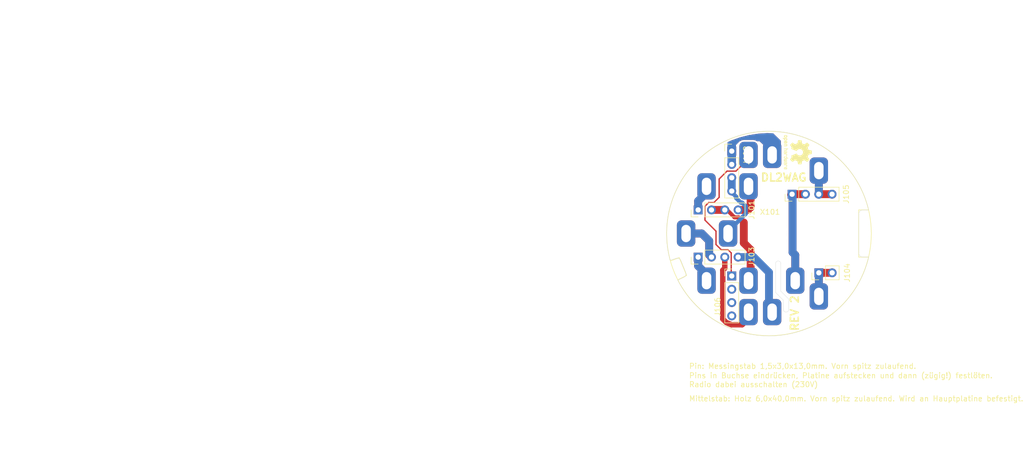
<source format=kicad_pcb>
(kicad_pcb (version 20171130) (host pcbnew 5.1.10-88a1d61d58~88~ubuntu18.04.1)

  (general
    (thickness 1.6)
    (drawings 24)
    (tracks 97)
    (zones 0)
    (modules 11)
    (nets 14)
  )

  (page A4)
  (title_block
    (title "Anschlussstecker Fernbedienung SABA 6-3D")
    (date 2021-01-11)
    (rev 1)
    (company "Martin Wagner DL2WAG")
    (comment 1 "Lizenz: CERN-OHL-W (OHL v2)")
    (comment 3 "Radios 6-3D von 1955 (Meersburg, Freiburg, weitere?)")
    (comment 4 "Adapter Anschlussstecker für Fernbedienung SABA")
  )

  (layers
    (0 F.Cu signal)
    (31 B.Cu signal)
    (32 B.Adhes user)
    (33 F.Adhes user)
    (34 B.Paste user)
    (35 F.Paste user)
    (36 B.SilkS user)
    (37 F.SilkS user)
    (38 B.Mask user)
    (39 F.Mask user)
    (40 Dwgs.User user)
    (41 Cmts.User user)
    (42 Eco1.User user)
    (43 Eco2.User user)
    (44 Edge.Cuts user)
    (45 Margin user)
    (46 B.CrtYd user)
    (47 F.CrtYd user)
    (48 B.Fab user)
    (49 F.Fab user)
  )

  (setup
    (last_trace_width 0.25)
    (user_trace_width 0.25)
    (user_trace_width 0.5)
    (user_trace_width 1)
    (user_trace_width 1.5)
    (user_trace_width 2)
    (trace_clearance 0.2)
    (zone_clearance 0.35)
    (zone_45_only no)
    (trace_min 0.2)
    (via_size 0.8)
    (via_drill 0.4)
    (via_min_size 0.4)
    (via_min_drill 0.3)
    (uvia_size 0.3)
    (uvia_drill 0.1)
    (uvias_allowed no)
    (uvia_min_size 0.2)
    (uvia_min_drill 0.1)
    (edge_width 0.05)
    (segment_width 0.2)
    (pcb_text_width 0.3)
    (pcb_text_size 1.5 1.5)
    (mod_edge_width 0.12)
    (mod_text_size 1 1)
    (mod_text_width 0.15)
    (pad_size 1.524 1.524)
    (pad_drill 0.762)
    (pad_to_mask_clearance 0)
    (aux_axis_origin 0 0)
    (visible_elements FFFFFF7F)
    (pcbplotparams
      (layerselection 0x010e0_ffffffff)
      (usegerberextensions false)
      (usegerberattributes true)
      (usegerberadvancedattributes true)
      (creategerberjobfile true)
      (excludeedgelayer true)
      (linewidth 0.100000)
      (plotframeref false)
      (viasonmask false)
      (mode 1)
      (useauxorigin false)
      (hpglpennumber 1)
      (hpglpenspeed 20)
      (hpglpendiameter 15.000000)
      (psnegative false)
      (psa4output false)
      (plotreference true)
      (plotvalue true)
      (plotinvisibletext false)
      (padsonsilk false)
      (subtractmaskfromsilk false)
      (outputformat 1)
      (mirror false)
      (drillshape 0)
      (scaleselection 1)
      (outputdirectory "pcb/"))
  )

  (net 0 "")
  (net 1 "Net-(J101-Pad4)")
  (net 2 "Net-(J101-Pad2)")
  (net 3 "Net-(J101-Pad1)")
  (net 4 "Net-(J102-Pad3)")
  (net 5 "Net-(J102-Pad1)")
  (net 6 "Net-(J103-Pad4)")
  (net 7 "Net-(J103-Pad3)")
  (net 8 "Net-(J103-Pad2)")
  (net 9 "Net-(J103-Pad1)")
  (net 10 "Net-(J104-Pad1)")
  (net 11 "Net-(J105-Pad3)")
  (net 12 "Net-(J105-Pad1)")
  (net 13 "Net-(J106-Pad1)")

  (net_class Default "This is the default net class."
    (clearance 0.2)
    (trace_width 0.25)
    (via_dia 0.8)
    (via_drill 0.4)
    (uvia_dia 0.3)
    (uvia_drill 0.1)
    (add_net "Net-(J101-Pad1)")
    (add_net "Net-(J101-Pad2)")
    (add_net "Net-(J101-Pad4)")
    (add_net "Net-(J102-Pad1)")
    (add_net "Net-(J102-Pad3)")
    (add_net "Net-(J103-Pad1)")
    (add_net "Net-(J103-Pad2)")
    (add_net "Net-(J103-Pad3)")
    (add_net "Net-(J103-Pad4)")
    (add_net "Net-(J104-Pad1)")
    (add_net "Net-(J105-Pad1)")
    (add_net "Net-(J105-Pad3)")
    (add_net "Net-(J106-Pad1)")
    (add_net "Net-(J106-Pad2)")
    (add_net "Net-(J106-Pad3)")
    (add_net "Net-(J106-Pad4)")
  )

  (module stecker:stecker-6-3d (layer F.Cu) (tedit 6117AED3) (tstamp 611790D0)
    (at 130 80)
    (path /5FFB3011)
    (fp_text reference X101 (at 0.2 -4.1) (layer F.SilkS)
      (effects (font (size 1 1) (thickness 0.15)))
    )
    (fp_text value Stecker-6-3D (at 0.5 -21) (layer F.Fab)
      (effects (font (size 1 1) (thickness 0.15)))
    )
    (fp_text user "Pin: Messingstab 1,5x3,0x13,0mm. Vorn spitz zulaufend." (at -15.3 25.3) (layer F.SilkS)
      (effects (font (size 1 1) (thickness 0.15)) (justify left))
    )
    (fp_line (start 17.1 4.5) (end 18.85 4.5) (layer F.SilkS) (width 0.12))
    (fp_line (start 17.1 -4.5) (end 17.1 4.5) (layer F.SilkS) (width 0.12))
    (fp_line (start 18.85 -4.5) (end 17.1 -4.5) (layer F.SilkS) (width 0.12))
    (fp_circle (center 0 0) (end 19.5 0) (layer F.SilkS) (width 0.12))
    (fp_line (start -17.1 4.6) (end -15.7 8) (layer F.SilkS) (width 0.12))
    (fp_line (start -17.1 4.6) (end -18.7 5.2) (layer F.SilkS) (width 0.12))
    (fp_line (start -15.7 8) (end -17.3 8.8) (layer F.SilkS) (width 0.12))
    (pad 24 thru_hole roundrect (at 9.5 12) (size 3.5 5) (drill oval 1.8 3.3) (layers *.Cu *.Mask) (roundrect_rratio 0.25)
      (net 10 "Net-(J104-Pad1)"))
    (pad 21 thru_hole roundrect (at 5 9) (size 3.5 5) (drill oval 1.8 3.3) (layers *.Cu *.Mask) (roundrect_rratio 0.25)
      (net 12 "Net-(J105-Pad1)"))
    (pad 23 thru_hole roundrect (at 9.5 -12) (size 3.5 5) (drill oval 1.8 3.3) (layers *.Cu *.Mask) (roundrect_rratio 0.25)
      (net 11 "Net-(J105-Pad3)"))
    (pad 18 thru_hole roundrect (at 0.6 15) (size 3.5 5) (drill oval 1.8 3.3) (layers *.Cu *.Mask) (roundrect_rratio 0.25)
      (net 6 "Net-(J103-Pad4)"))
    (pad 15 thru_hole roundrect (at 0.6 -15) (size 3.5 5) (drill oval 1.8 3.3) (layers *.Cu *.Mask) (roundrect_rratio 0.25)
      (net 5 "Net-(J102-Pad1)"))
    (pad 14 thru_hole roundrect (at -3.9 15) (size 3.5 5) (drill oval 1.8 3.3) (layers *.Cu *.Mask) (roundrect_rratio 0.25)
      (net 7 "Net-(J103-Pad3)"))
    (pad 13 thru_hole roundrect (at -3.9 9) (size 3.5 5) (drill oval 1.8 3.3) (layers *.Cu *.Mask) (roundrect_rratio 0.25)
      (net 2 "Net-(J101-Pad2)"))
    (pad 12 thru_hole roundrect (at -3.9 -9) (size 3.5 5) (drill oval 1.8 3.3) (layers *.Cu *.Mask) (roundrect_rratio 0.25)
      (net 1 "Net-(J101-Pad4)"))
    (pad 8 thru_hole roundrect (at -7.8 0) (size 3.5 5) (drill oval 1.8 3.3) (layers *.Cu *.Mask) (roundrect_rratio 0.25)
      (net 4 "Net-(J102-Pad3)"))
    (pad 5 thru_hole roundrect (at -11.9 9) (size 3.5 5) (drill oval 1.8 3.3) (layers *.Cu *.Mask) (roundrect_rratio 0.25)
      (net 9 "Net-(J103-Pad1)"))
    (pad 2 thru_hole roundrect (at -11.9 -9) (size 3.5 5) (drill oval 1.8 3.3) (layers *.Cu *.Mask) (roundrect_rratio 0.25)
      (net 3 "Net-(J101-Pad1)"))
    (pad 1 thru_hole roundrect (at -15.8 0) (size 3.5 5) (drill oval 1.8 3.3) (layers *.Cu *.Mask) (roundrect_rratio 0.25)
      (net 8 "Net-(J103-Pad2)"))
    (pad "" np_thru_hole circle (at 10.75 0) (size 9 9) (drill 9) (layers *.Cu *.Mask))
    (pad "" np_thru_hole circle (at 0 0) (size 6.5 6.5) (drill 6.5) (layers *.Cu *.Mask))
    (pad 11 thru_hole roundrect (at -3.9 -15) (size 3.5 5) (drill oval 1.8 3.3) (layers *.Cu *.Mask) (roundrect_rratio 0.25)
      (net 13 "Net-(J106-Pad1)"))
  )

  (module Connector_PinHeader_2.54mm:PinHeader_1x04_P2.54mm_Vertical (layer F.Cu) (tedit 59FED5CC) (tstamp 5FFC7C4D)
    (at 116.5 75.5 90)
    (descr "Through hole straight pin header, 1x04, 2.54mm pitch, single row")
    (tags "Through hole pin header THT 1x04 2.54mm single row")
    (path /5FFBCA00)
    (fp_text reference J101 (at 0 10.2 90) (layer F.SilkS)
      (effects (font (size 1 1) (thickness 0.15)))
    )
    (fp_text value Conn_01x04 (at 0.3 -6.9 180) (layer F.Fab)
      (effects (font (size 1 1) (thickness 0.15)))
    )
    (fp_text user %R (at 0 3.81) (layer F.Fab)
      (effects (font (size 1 1) (thickness 0.15)))
    )
    (fp_line (start -0.635 -1.27) (end 1.27 -1.27) (layer F.Fab) (width 0.1))
    (fp_line (start 1.27 -1.27) (end 1.27 8.89) (layer F.Fab) (width 0.1))
    (fp_line (start 1.27 8.89) (end -1.27 8.89) (layer F.Fab) (width 0.1))
    (fp_line (start -1.27 8.89) (end -1.27 -0.635) (layer F.Fab) (width 0.1))
    (fp_line (start -1.27 -0.635) (end -0.635 -1.27) (layer F.Fab) (width 0.1))
    (fp_line (start -1.33 8.95) (end 1.33 8.95) (layer F.SilkS) (width 0.12))
    (fp_line (start -1.33 1.27) (end -1.33 8.95) (layer F.SilkS) (width 0.12))
    (fp_line (start 1.33 1.27) (end 1.33 8.95) (layer F.SilkS) (width 0.12))
    (fp_line (start -1.33 1.27) (end 1.33 1.27) (layer F.SilkS) (width 0.12))
    (fp_line (start -1.33 0) (end -1.33 -1.33) (layer F.SilkS) (width 0.12))
    (fp_line (start -1.33 -1.33) (end 0 -1.33) (layer F.SilkS) (width 0.12))
    (fp_line (start -1.8 -1.8) (end -1.8 9.4) (layer F.CrtYd) (width 0.05))
    (fp_line (start -1.8 9.4) (end 1.8 9.4) (layer F.CrtYd) (width 0.05))
    (fp_line (start 1.8 9.4) (end 1.8 -1.8) (layer F.CrtYd) (width 0.05))
    (fp_line (start 1.8 -1.8) (end -1.8 -1.8) (layer F.CrtYd) (width 0.05))
    (pad 4 thru_hole oval (at 0 7.62 90) (size 1.7 1.7) (drill 1) (layers *.Cu *.Mask)
      (net 1 "Net-(J101-Pad4)"))
    (pad 3 thru_hole oval (at 0 5.08 90) (size 1.7 1.7) (drill 1) (layers *.Cu *.Mask)
      (net 2 "Net-(J101-Pad2)"))
    (pad 2 thru_hole oval (at 0 2.54 90) (size 1.7 1.7) (drill 1) (layers *.Cu *.Mask)
      (net 2 "Net-(J101-Pad2)"))
    (pad 1 thru_hole rect (at 0 0 90) (size 1.7 1.7) (drill 1) (layers *.Cu *.Mask)
      (net 3 "Net-(J101-Pad1)"))
    (model ${KISYS3DMOD}/Connector_PinHeader_2.54mm.3dshapes/PinHeader_1x04_P2.54mm_Vertical.wrl
      (at (xyz 0 0 0))
      (scale (xyz 1 1 1))
      (rotate (xyz 0 0 0))
    )
  )

  (module Symbol:OSHW-Logo2_7.3x6mm_SilkScreen (layer F.Cu) (tedit 0) (tstamp 5FFC9A4B)
    (at 135.4 64.5 270)
    (descr "Open Source Hardware Symbol")
    (tags "Logo Symbol OSHW")
    (attr virtual)
    (fp_text reference REF** (at 0 0 90) (layer F.SilkS) hide
      (effects (font (size 1 1) (thickness 0.15)))
    )
    (fp_text value OSHW-Logo2_7.3x6mm_SilkScreen (at 0.75 0 90) (layer F.Fab) hide
      (effects (font (size 1 1) (thickness 0.15)))
    )
    (fp_poly (pts (xy -2.400256 1.919918) (xy -2.344799 1.947568) (xy -2.295852 1.99848) (xy -2.282371 2.017338)
      (xy -2.267686 2.042015) (xy -2.258158 2.068816) (xy -2.252707 2.104587) (xy -2.250253 2.156169)
      (xy -2.249714 2.224267) (xy -2.252148 2.317588) (xy -2.260606 2.387657) (xy -2.276826 2.439931)
      (xy -2.302546 2.479869) (xy -2.339503 2.512929) (xy -2.342218 2.514886) (xy -2.37864 2.534908)
      (xy -2.422498 2.544815) (xy -2.478276 2.547257) (xy -2.568952 2.547257) (xy -2.56899 2.635283)
      (xy -2.569834 2.684308) (xy -2.574976 2.713065) (xy -2.588413 2.730311) (xy -2.614142 2.744808)
      (xy -2.620321 2.747769) (xy -2.649236 2.761648) (xy -2.671624 2.770414) (xy -2.688271 2.771171)
      (xy -2.699964 2.761023) (xy -2.70749 2.737073) (xy -2.711634 2.696426) (xy -2.713185 2.636186)
      (xy -2.712929 2.553455) (xy -2.711651 2.445339) (xy -2.711252 2.413) (xy -2.709815 2.301524)
      (xy -2.708528 2.228603) (xy -2.569029 2.228603) (xy -2.568245 2.290499) (xy -2.56476 2.330997)
      (xy -2.556876 2.357708) (xy -2.542895 2.378244) (xy -2.533403 2.38826) (xy -2.494596 2.417567)
      (xy -2.460237 2.419952) (xy -2.424784 2.39575) (xy -2.423886 2.394857) (xy -2.409461 2.376153)
      (xy -2.400687 2.350732) (xy -2.396261 2.311584) (xy -2.394882 2.251697) (xy -2.394857 2.23843)
      (xy -2.398188 2.155901) (xy -2.409031 2.098691) (xy -2.42866 2.063766) (xy -2.45835 2.048094)
      (xy -2.475509 2.046514) (xy -2.516234 2.053926) (xy -2.544168 2.07833) (xy -2.560983 2.12298)
      (xy -2.56835 2.19113) (xy -2.569029 2.228603) (xy -2.708528 2.228603) (xy -2.708292 2.215245)
      (xy -2.706323 2.150333) (xy -2.70355 2.102958) (xy -2.699612 2.06929) (xy -2.694151 2.045498)
      (xy -2.686808 2.027753) (xy -2.677223 2.012224) (xy -2.673113 2.006381) (xy -2.618595 1.951185)
      (xy -2.549664 1.91989) (xy -2.469928 1.911165) (xy -2.400256 1.919918)) (layer F.SilkS) (width 0.01))
    (fp_poly (pts (xy -1.283907 1.92778) (xy -1.237328 1.954723) (xy -1.204943 1.981466) (xy -1.181258 2.009484)
      (xy -1.164941 2.043748) (xy -1.154661 2.089227) (xy -1.149086 2.150892) (xy -1.146884 2.233711)
      (xy -1.146629 2.293246) (xy -1.146629 2.512391) (xy -1.208314 2.540044) (xy -1.27 2.567697)
      (xy -1.277257 2.32767) (xy -1.280256 2.238028) (xy -1.283402 2.172962) (xy -1.287299 2.128026)
      (xy -1.292553 2.09877) (xy -1.299769 2.080748) (xy -1.30955 2.069511) (xy -1.312688 2.067079)
      (xy -1.360239 2.048083) (xy -1.408303 2.0556) (xy -1.436914 2.075543) (xy -1.448553 2.089675)
      (xy -1.456609 2.10822) (xy -1.461729 2.136334) (xy -1.464559 2.179173) (xy -1.465744 2.241895)
      (xy -1.465943 2.307261) (xy -1.465982 2.389268) (xy -1.467386 2.447316) (xy -1.472086 2.486465)
      (xy -1.482013 2.51178) (xy -1.499097 2.528323) (xy -1.525268 2.541156) (xy -1.560225 2.554491)
      (xy -1.598404 2.569007) (xy -1.593859 2.311389) (xy -1.592029 2.218519) (xy -1.589888 2.149889)
      (xy -1.586819 2.100711) (xy -1.582206 2.066198) (xy -1.575432 2.041562) (xy -1.565881 2.022016)
      (xy -1.554366 2.00477) (xy -1.49881 1.94968) (xy -1.43102 1.917822) (xy -1.357287 1.910191)
      (xy -1.283907 1.92778)) (layer F.SilkS) (width 0.01))
    (fp_poly (pts (xy -2.958885 1.921962) (xy -2.890855 1.957733) (xy -2.840649 2.015301) (xy -2.822815 2.052312)
      (xy -2.808937 2.107882) (xy -2.801833 2.178096) (xy -2.80116 2.254727) (xy -2.806573 2.329552)
      (xy -2.81773 2.394342) (xy -2.834286 2.440873) (xy -2.839374 2.448887) (xy -2.899645 2.508707)
      (xy -2.971231 2.544535) (xy -3.048908 2.55502) (xy -3.127452 2.53881) (xy -3.149311 2.529092)
      (xy -3.191878 2.499143) (xy -3.229237 2.459433) (xy -3.232768 2.454397) (xy -3.247119 2.430124)
      (xy -3.256606 2.404178) (xy -3.26221 2.370022) (xy -3.264914 2.321119) (xy -3.265701 2.250935)
      (xy -3.265714 2.2352) (xy -3.265678 2.230192) (xy -3.120571 2.230192) (xy -3.119727 2.29643)
      (xy -3.116404 2.340386) (xy -3.109417 2.368779) (xy -3.097584 2.388325) (xy -3.091543 2.394857)
      (xy -3.056814 2.41968) (xy -3.023097 2.418548) (xy -2.989005 2.397016) (xy -2.968671 2.374029)
      (xy -2.956629 2.340478) (xy -2.949866 2.287569) (xy -2.949402 2.281399) (xy -2.948248 2.185513)
      (xy -2.960312 2.114299) (xy -2.98543 2.068194) (xy -3.02344 2.047635) (xy -3.037008 2.046514)
      (xy -3.072636 2.052152) (xy -3.097006 2.071686) (xy -3.111907 2.109042) (xy -3.119125 2.16815)
      (xy -3.120571 2.230192) (xy -3.265678 2.230192) (xy -3.265174 2.160413) (xy -3.262904 2.108159)
      (xy -3.257932 2.071949) (xy -3.249287 2.045299) (xy -3.235995 2.021722) (xy -3.233057 2.017338)
      (xy -3.183687 1.958249) (xy -3.129891 1.923947) (xy -3.064398 1.910331) (xy -3.042158 1.909665)
      (xy -2.958885 1.921962)) (layer F.SilkS) (width 0.01))
    (fp_poly (pts (xy -1.831697 1.931239) (xy -1.774473 1.969735) (xy -1.730251 2.025335) (xy -1.703833 2.096086)
      (xy -1.69849 2.148162) (xy -1.699097 2.169893) (xy -1.704178 2.186531) (xy -1.718145 2.201437)
      (xy -1.745411 2.217973) (xy -1.790388 2.239498) (xy -1.857489 2.269374) (xy -1.857829 2.269524)
      (xy -1.919593 2.297813) (xy -1.970241 2.322933) (xy -2.004596 2.342179) (xy -2.017482 2.352848)
      (xy -2.017486 2.352934) (xy -2.006128 2.376166) (xy -1.979569 2.401774) (xy -1.949077 2.420221)
      (xy -1.93363 2.423886) (xy -1.891485 2.411212) (xy -1.855192 2.379471) (xy -1.837483 2.344572)
      (xy -1.820448 2.318845) (xy -1.787078 2.289546) (xy -1.747851 2.264235) (xy -1.713244 2.250471)
      (xy -1.706007 2.249714) (xy -1.697861 2.26216) (xy -1.69737 2.293972) (xy -1.703357 2.336866)
      (xy -1.714643 2.382558) (xy -1.73005 2.422761) (xy -1.730829 2.424322) (xy -1.777196 2.489062)
      (xy -1.837289 2.533097) (xy -1.905535 2.554711) (xy -1.976362 2.552185) (xy -2.044196 2.523804)
      (xy -2.047212 2.521808) (xy -2.100573 2.473448) (xy -2.13566 2.410352) (xy -2.155078 2.327387)
      (xy -2.157684 2.304078) (xy -2.162299 2.194055) (xy -2.156767 2.142748) (xy -2.017486 2.142748)
      (xy -2.015676 2.174753) (xy -2.005778 2.184093) (xy -1.981102 2.177105) (xy -1.942205 2.160587)
      (xy -1.898725 2.139881) (xy -1.897644 2.139333) (xy -1.860791 2.119949) (xy -1.846 2.107013)
      (xy -1.849647 2.093451) (xy -1.865005 2.075632) (xy -1.904077 2.049845) (xy -1.946154 2.04795)
      (xy -1.983897 2.066717) (xy -2.009966 2.102915) (xy -2.017486 2.142748) (xy -2.156767 2.142748)
      (xy -2.152806 2.106027) (xy -2.12845 2.036212) (xy -2.094544 1.987302) (xy -2.033347 1.937878)
      (xy -1.965937 1.913359) (xy -1.89712 1.911797) (xy -1.831697 1.931239)) (layer F.SilkS) (width 0.01))
    (fp_poly (pts (xy -0.624114 1.851289) (xy -0.619861 1.910613) (xy -0.614975 1.945572) (xy -0.608205 1.96082)
      (xy -0.598298 1.961015) (xy -0.595086 1.959195) (xy -0.552356 1.946015) (xy -0.496773 1.946785)
      (xy -0.440263 1.960333) (xy -0.404918 1.977861) (xy -0.368679 2.005861) (xy -0.342187 2.037549)
      (xy -0.324001 2.077813) (xy -0.312678 2.131543) (xy -0.306778 2.203626) (xy -0.304857 2.298951)
      (xy -0.304823 2.317237) (xy -0.3048 2.522646) (xy -0.350509 2.53858) (xy -0.382973 2.54942)
      (xy -0.400785 2.554468) (xy -0.401309 2.554514) (xy -0.403063 2.540828) (xy -0.404556 2.503076)
      (xy -0.405674 2.446224) (xy -0.406303 2.375234) (xy -0.4064 2.332073) (xy -0.406602 2.246973)
      (xy -0.407642 2.185981) (xy -0.410169 2.144177) (xy -0.414836 2.116642) (xy -0.422293 2.098456)
      (xy -0.433189 2.084698) (xy -0.439993 2.078073) (xy -0.486728 2.051375) (xy -0.537728 2.049375)
      (xy -0.583999 2.071955) (xy -0.592556 2.080107) (xy -0.605107 2.095436) (xy -0.613812 2.113618)
      (xy -0.619369 2.139909) (xy -0.622474 2.179562) (xy -0.623824 2.237832) (xy -0.624114 2.318173)
      (xy -0.624114 2.522646) (xy -0.669823 2.53858) (xy -0.702287 2.54942) (xy -0.720099 2.554468)
      (xy -0.720623 2.554514) (xy -0.721963 2.540623) (xy -0.723172 2.501439) (xy -0.724199 2.4407)
      (xy -0.724998 2.362141) (xy -0.725519 2.269498) (xy -0.725714 2.166509) (xy -0.725714 1.769342)
      (xy -0.678543 1.749444) (xy -0.631371 1.729547) (xy -0.624114 1.851289)) (layer F.SilkS) (width 0.01))
    (fp_poly (pts (xy 0.039744 1.950968) (xy 0.096616 1.972087) (xy 0.097267 1.972493) (xy 0.13244 1.99838)
      (xy 0.158407 2.028633) (xy 0.17667 2.068058) (xy 0.188732 2.121462) (xy 0.196096 2.193651)
      (xy 0.200264 2.289432) (xy 0.200629 2.303078) (xy 0.205876 2.508842) (xy 0.161716 2.531678)
      (xy 0.129763 2.54711) (xy 0.11047 2.554423) (xy 0.109578 2.554514) (xy 0.106239 2.541022)
      (xy 0.103587 2.504626) (xy 0.101956 2.451452) (xy 0.1016 2.408393) (xy 0.101592 2.338641)
      (xy 0.098403 2.294837) (xy 0.087288 2.273944) (xy 0.063501 2.272925) (xy 0.022296 2.288741)
      (xy -0.039914 2.317815) (xy -0.085659 2.341963) (xy -0.109187 2.362913) (xy -0.116104 2.385747)
      (xy -0.116114 2.386877) (xy -0.104701 2.426212) (xy -0.070908 2.447462) (xy -0.019191 2.450539)
      (xy 0.018061 2.450006) (xy 0.037703 2.460735) (xy 0.049952 2.486505) (xy 0.057002 2.519337)
      (xy 0.046842 2.537966) (xy 0.043017 2.540632) (xy 0.007001 2.55134) (xy -0.043434 2.552856)
      (xy -0.095374 2.545759) (xy -0.132178 2.532788) (xy -0.183062 2.489585) (xy -0.211986 2.429446)
      (xy -0.217714 2.382462) (xy -0.213343 2.340082) (xy -0.197525 2.305488) (xy -0.166203 2.274763)
      (xy -0.115322 2.24399) (xy -0.040824 2.209252) (xy -0.036286 2.207288) (xy 0.030821 2.176287)
      (xy 0.072232 2.150862) (xy 0.089981 2.128014) (xy 0.086107 2.104745) (xy 0.062643 2.078056)
      (xy 0.055627 2.071914) (xy 0.00863 2.0481) (xy -0.040067 2.049103) (xy -0.082478 2.072451)
      (xy -0.110616 2.115675) (xy -0.113231 2.12416) (xy -0.138692 2.165308) (xy -0.170999 2.185128)
      (xy -0.217714 2.20477) (xy -0.217714 2.15395) (xy -0.203504 2.080082) (xy -0.161325 2.012327)
      (xy -0.139376 1.989661) (xy -0.089483 1.960569) (xy -0.026033 1.9474) (xy 0.039744 1.950968)) (layer F.SilkS) (width 0.01))
    (fp_poly (pts (xy 0.529926 1.949755) (xy 0.595858 1.974084) (xy 0.649273 2.017117) (xy 0.670164 2.047409)
      (xy 0.692939 2.102994) (xy 0.692466 2.143186) (xy 0.668562 2.170217) (xy 0.659717 2.174813)
      (xy 0.62153 2.189144) (xy 0.602028 2.185472) (xy 0.595422 2.161407) (xy 0.595086 2.148114)
      (xy 0.582992 2.09921) (xy 0.551471 2.064999) (xy 0.507659 2.048476) (xy 0.458695 2.052634)
      (xy 0.418894 2.074227) (xy 0.40545 2.086544) (xy 0.395921 2.101487) (xy 0.389485 2.124075)
      (xy 0.385317 2.159328) (xy 0.382597 2.212266) (xy 0.380502 2.287907) (xy 0.37996 2.311857)
      (xy 0.377981 2.39379) (xy 0.375731 2.451455) (xy 0.372357 2.489608) (xy 0.367006 2.513004)
      (xy 0.358824 2.526398) (xy 0.346959 2.534545) (xy 0.339362 2.538144) (xy 0.307102 2.550452)
      (xy 0.288111 2.554514) (xy 0.281836 2.540948) (xy 0.278006 2.499934) (xy 0.2766 2.430999)
      (xy 0.277598 2.333669) (xy 0.277908 2.318657) (xy 0.280101 2.229859) (xy 0.282693 2.165019)
      (xy 0.286382 2.119067) (xy 0.291864 2.086935) (xy 0.299835 2.063553) (xy 0.310993 2.043852)
      (xy 0.31683 2.03541) (xy 0.350296 1.998057) (xy 0.387727 1.969003) (xy 0.392309 1.966467)
      (xy 0.459426 1.946443) (xy 0.529926 1.949755)) (layer F.SilkS) (width 0.01))
    (fp_poly (pts (xy 1.190117 2.065358) (xy 1.189933 2.173837) (xy 1.189219 2.257287) (xy 1.187675 2.319704)
      (xy 1.185001 2.365085) (xy 1.180894 2.397429) (xy 1.175055 2.420733) (xy 1.167182 2.438995)
      (xy 1.161221 2.449418) (xy 1.111855 2.505945) (xy 1.049264 2.541377) (xy 0.980013 2.55409)
      (xy 0.910668 2.542463) (xy 0.869375 2.521568) (xy 0.826025 2.485422) (xy 0.796481 2.441276)
      (xy 0.778655 2.383462) (xy 0.770463 2.306313) (xy 0.769302 2.249714) (xy 0.769458 2.245647)
      (xy 0.870857 2.245647) (xy 0.871476 2.31055) (xy 0.874314 2.353514) (xy 0.88084 2.381622)
      (xy 0.892523 2.401953) (xy 0.906483 2.417288) (xy 0.953365 2.44689) (xy 1.003701 2.449419)
      (xy 1.051276 2.424705) (xy 1.054979 2.421356) (xy 1.070783 2.403935) (xy 1.080693 2.383209)
      (xy 1.086058 2.352362) (xy 1.088228 2.304577) (xy 1.088571 2.251748) (xy 1.087827 2.185381)
      (xy 1.084748 2.141106) (xy 1.078061 2.112009) (xy 1.066496 2.091173) (xy 1.057013 2.080107)
      (xy 1.01296 2.052198) (xy 0.962224 2.048843) (xy 0.913796 2.070159) (xy 0.90445 2.078073)
      (xy 0.88854 2.095647) (xy 0.87861 2.116587) (xy 0.873278 2.147782) (xy 0.871163 2.196122)
      (xy 0.870857 2.245647) (xy 0.769458 2.245647) (xy 0.77281 2.158568) (xy 0.784726 2.090086)
      (xy 0.807135 2.0386) (xy 0.842124 1.998443) (xy 0.869375 1.977861) (xy 0.918907 1.955625)
      (xy 0.976316 1.945304) (xy 1.029682 1.948067) (xy 1.059543 1.959212) (xy 1.071261 1.962383)
      (xy 1.079037 1.950557) (xy 1.084465 1.918866) (xy 1.088571 1.870593) (xy 1.093067 1.816829)
      (xy 1.099313 1.784482) (xy 1.110676 1.765985) (xy 1.130528 1.75377) (xy 1.143 1.748362)
      (xy 1.190171 1.728601) (xy 1.190117 2.065358)) (layer F.SilkS) (width 0.01))
    (fp_poly (pts (xy 1.779833 1.958663) (xy 1.782048 1.99685) (xy 1.783784 2.054886) (xy 1.784899 2.12818)
      (xy 1.785257 2.205055) (xy 1.785257 2.465196) (xy 1.739326 2.511127) (xy 1.707675 2.539429)
      (xy 1.67989 2.550893) (xy 1.641915 2.550168) (xy 1.62684 2.548321) (xy 1.579726 2.542948)
      (xy 1.540756 2.539869) (xy 1.531257 2.539585) (xy 1.499233 2.541445) (xy 1.453432 2.546114)
      (xy 1.435674 2.548321) (xy 1.392057 2.551735) (xy 1.362745 2.54432) (xy 1.33368 2.521427)
      (xy 1.323188 2.511127) (xy 1.277257 2.465196) (xy 1.277257 1.978602) (xy 1.314226 1.961758)
      (xy 1.346059 1.949282) (xy 1.364683 1.944914) (xy 1.369458 1.958718) (xy 1.373921 1.997286)
      (xy 1.377775 2.056356) (xy 1.380722 2.131663) (xy 1.382143 2.195286) (xy 1.386114 2.445657)
      (xy 1.420759 2.450556) (xy 1.452268 2.447131) (xy 1.467708 2.436041) (xy 1.472023 2.415308)
      (xy 1.475708 2.371145) (xy 1.478469 2.309146) (xy 1.480012 2.234909) (xy 1.480235 2.196706)
      (xy 1.480457 1.976783) (xy 1.526166 1.960849) (xy 1.558518 1.950015) (xy 1.576115 1.944962)
      (xy 1.576623 1.944914) (xy 1.578388 1.958648) (xy 1.580329 1.99673) (xy 1.582282 2.054482)
      (xy 1.584084 2.127227) (xy 1.585343 2.195286) (xy 1.589314 2.445657) (xy 1.6764 2.445657)
      (xy 1.680396 2.21724) (xy 1.684392 1.988822) (xy 1.726847 1.966868) (xy 1.758192 1.951793)
      (xy 1.776744 1.944951) (xy 1.777279 1.944914) (xy 1.779833 1.958663)) (layer F.SilkS) (width 0.01))
    (fp_poly (pts (xy 2.144876 1.956335) (xy 2.186667 1.975344) (xy 2.219469 1.998378) (xy 2.243503 2.024133)
      (xy 2.260097 2.057358) (xy 2.270577 2.1028) (xy 2.276271 2.165207) (xy 2.278507 2.249327)
      (xy 2.278743 2.304721) (xy 2.278743 2.520826) (xy 2.241774 2.53767) (xy 2.212656 2.549981)
      (xy 2.198231 2.554514) (xy 2.195472 2.541025) (xy 2.193282 2.504653) (xy 2.191942 2.451542)
      (xy 2.191657 2.409372) (xy 2.190434 2.348447) (xy 2.187136 2.300115) (xy 2.182321 2.270518)
      (xy 2.178496 2.264229) (xy 2.152783 2.270652) (xy 2.112418 2.287125) (xy 2.065679 2.309458)
      (xy 2.020845 2.333457) (xy 1.986193 2.35493) (xy 1.970002 2.369685) (xy 1.969938 2.369845)
      (xy 1.97133 2.397152) (xy 1.983818 2.423219) (xy 2.005743 2.444392) (xy 2.037743 2.451474)
      (xy 2.065092 2.450649) (xy 2.103826 2.450042) (xy 2.124158 2.459116) (xy 2.136369 2.483092)
      (xy 2.137909 2.487613) (xy 2.143203 2.521806) (xy 2.129047 2.542568) (xy 2.092148 2.552462)
      (xy 2.052289 2.554292) (xy 1.980562 2.540727) (xy 1.943432 2.521355) (xy 1.897576 2.475845)
      (xy 1.873256 2.419983) (xy 1.871073 2.360957) (xy 1.891629 2.305953) (xy 1.922549 2.271486)
      (xy 1.95342 2.252189) (xy 2.001942 2.227759) (xy 2.058485 2.202985) (xy 2.06791 2.199199)
      (xy 2.130019 2.171791) (xy 2.165822 2.147634) (xy 2.177337 2.123619) (xy 2.16658 2.096635)
      (xy 2.148114 2.075543) (xy 2.104469 2.049572) (xy 2.056446 2.047624) (xy 2.012406 2.067637)
      (xy 1.980709 2.107551) (xy 1.976549 2.117848) (xy 1.952327 2.155724) (xy 1.916965 2.183842)
      (xy 1.872343 2.206917) (xy 1.872343 2.141485) (xy 1.874969 2.101506) (xy 1.88623 2.069997)
      (xy 1.911199 2.036378) (xy 1.935169 2.010484) (xy 1.972441 1.973817) (xy 2.001401 1.954121)
      (xy 2.032505 1.94622) (xy 2.067713 1.944914) (xy 2.144876 1.956335)) (layer F.SilkS) (width 0.01))
    (fp_poly (pts (xy 2.6526 1.958752) (xy 2.669948 1.966334) (xy 2.711356 1.999128) (xy 2.746765 2.046547)
      (xy 2.768664 2.097151) (xy 2.772229 2.122098) (xy 2.760279 2.156927) (xy 2.734067 2.175357)
      (xy 2.705964 2.186516) (xy 2.693095 2.188572) (xy 2.686829 2.173649) (xy 2.674456 2.141175)
      (xy 2.669028 2.126502) (xy 2.63859 2.075744) (xy 2.59452 2.050427) (xy 2.53801 2.051206)
      (xy 2.533825 2.052203) (xy 2.503655 2.066507) (xy 2.481476 2.094393) (xy 2.466327 2.139287)
      (xy 2.45725 2.204615) (xy 2.453286 2.293804) (xy 2.452914 2.341261) (xy 2.45273 2.416071)
      (xy 2.451522 2.467069) (xy 2.448309 2.499471) (xy 2.442109 2.518495) (xy 2.43194 2.529356)
      (xy 2.416819 2.537272) (xy 2.415946 2.53767) (xy 2.386828 2.549981) (xy 2.372403 2.554514)
      (xy 2.370186 2.540809) (xy 2.368289 2.502925) (xy 2.366847 2.445715) (xy 2.365998 2.374027)
      (xy 2.365829 2.321565) (xy 2.366692 2.220047) (xy 2.37007 2.143032) (xy 2.377142 2.086023)
      (xy 2.389088 2.044526) (xy 2.40709 2.014043) (xy 2.432327 1.99008) (xy 2.457247 1.973355)
      (xy 2.517171 1.951097) (xy 2.586911 1.946076) (xy 2.6526 1.958752)) (layer F.SilkS) (width 0.01))
    (fp_poly (pts (xy 3.153595 1.966966) (xy 3.211021 2.004497) (xy 3.238719 2.038096) (xy 3.260662 2.099064)
      (xy 3.262405 2.147308) (xy 3.258457 2.211816) (xy 3.109686 2.276934) (xy 3.037349 2.310202)
      (xy 2.990084 2.336964) (xy 2.965507 2.360144) (xy 2.961237 2.382667) (xy 2.974889 2.407455)
      (xy 2.989943 2.423886) (xy 3.033746 2.450235) (xy 3.081389 2.452081) (xy 3.125145 2.431546)
      (xy 3.157289 2.390752) (xy 3.163038 2.376347) (xy 3.190576 2.331356) (xy 3.222258 2.312182)
      (xy 3.265714 2.295779) (xy 3.265714 2.357966) (xy 3.261872 2.400283) (xy 3.246823 2.435969)
      (xy 3.21528 2.476943) (xy 3.210592 2.482267) (xy 3.175506 2.51872) (xy 3.145347 2.538283)
      (xy 3.107615 2.547283) (xy 3.076335 2.55023) (xy 3.020385 2.550965) (xy 2.980555 2.54166)
      (xy 2.955708 2.527846) (xy 2.916656 2.497467) (xy 2.889625 2.464613) (xy 2.872517 2.423294)
      (xy 2.863238 2.367521) (xy 2.859693 2.291305) (xy 2.85941 2.252622) (xy 2.860372 2.206247)
      (xy 2.948007 2.206247) (xy 2.949023 2.231126) (xy 2.951556 2.2352) (xy 2.968274 2.229665)
      (xy 3.004249 2.215017) (xy 3.052331 2.19419) (xy 3.062386 2.189714) (xy 3.123152 2.158814)
      (xy 3.156632 2.131657) (xy 3.16399 2.10622) (xy 3.146391 2.080481) (xy 3.131856 2.069109)
      (xy 3.07941 2.046364) (xy 3.030322 2.050122) (xy 2.989227 2.077884) (xy 2.960758 2.127152)
      (xy 2.951631 2.166257) (xy 2.948007 2.206247) (xy 2.860372 2.206247) (xy 2.861285 2.162249)
      (xy 2.868196 2.095384) (xy 2.881884 2.046695) (xy 2.904096 2.010849) (xy 2.936574 1.982513)
      (xy 2.950733 1.973355) (xy 3.015053 1.949507) (xy 3.085473 1.948006) (xy 3.153595 1.966966)) (layer F.SilkS) (width 0.01))
    (fp_poly (pts (xy 0.10391 -2.757652) (xy 0.182454 -2.757222) (xy 0.239298 -2.756058) (xy 0.278105 -2.753793)
      (xy 0.302538 -2.75006) (xy 0.316262 -2.744494) (xy 0.32294 -2.736727) (xy 0.326236 -2.726395)
      (xy 0.326556 -2.725057) (xy 0.331562 -2.700921) (xy 0.340829 -2.653299) (xy 0.353392 -2.587259)
      (xy 0.368287 -2.507872) (xy 0.384551 -2.420204) (xy 0.385119 -2.417125) (xy 0.40141 -2.331211)
      (xy 0.416652 -2.255304) (xy 0.429861 -2.193955) (xy 0.440054 -2.151718) (xy 0.446248 -2.133145)
      (xy 0.446543 -2.132816) (xy 0.464788 -2.123747) (xy 0.502405 -2.108633) (xy 0.551271 -2.090738)
      (xy 0.551543 -2.090642) (xy 0.613093 -2.067507) (xy 0.685657 -2.038035) (xy 0.754057 -2.008403)
      (xy 0.757294 -2.006938) (xy 0.868702 -1.956374) (xy 1.115399 -2.12484) (xy 1.191077 -2.176197)
      (xy 1.259631 -2.222111) (xy 1.317088 -2.25997) (xy 1.359476 -2.287163) (xy 1.382825 -2.301079)
      (xy 1.385042 -2.302111) (xy 1.40201 -2.297516) (xy 1.433701 -2.275345) (xy 1.481352 -2.234553)
      (xy 1.546198 -2.174095) (xy 1.612397 -2.109773) (xy 1.676214 -2.046388) (xy 1.733329 -1.988549)
      (xy 1.780305 -1.939825) (xy 1.813703 -1.90379) (xy 1.830085 -1.884016) (xy 1.830694 -1.882998)
      (xy 1.832505 -1.869428) (xy 1.825683 -1.847267) (xy 1.80854 -1.813522) (xy 1.779393 -1.7652)
      (xy 1.736555 -1.699308) (xy 1.679448 -1.614483) (xy 1.628766 -1.539823) (xy 1.583461 -1.47286)
      (xy 1.54615 -1.417484) (xy 1.519452 -1.37758) (xy 1.505985 -1.357038) (xy 1.505137 -1.355644)
      (xy 1.506781 -1.335962) (xy 1.519245 -1.297707) (xy 1.540048 -1.248111) (xy 1.547462 -1.232272)
      (xy 1.579814 -1.16171) (xy 1.614328 -1.081647) (xy 1.642365 -1.012371) (xy 1.662568 -0.960955)
      (xy 1.678615 -0.921881) (xy 1.687888 -0.901459) (xy 1.689041 -0.899886) (xy 1.706096 -0.897279)
      (xy 1.746298 -0.890137) (xy 1.804302 -0.879477) (xy 1.874763 -0.866315) (xy 1.952335 -0.851667)
      (xy 2.031672 -0.836551) (xy 2.107431 -0.821982) (xy 2.174264 -0.808978) (xy 2.226828 -0.798555)
      (xy 2.259776 -0.79173) (xy 2.267857 -0.789801) (xy 2.276205 -0.785038) (xy 2.282506 -0.774282)
      (xy 2.287045 -0.753902) (xy 2.290104 -0.720266) (xy 2.291967 -0.669745) (xy 2.292918 -0.598708)
      (xy 2.29324 -0.503524) (xy 2.293257 -0.464508) (xy 2.293257 -0.147201) (xy 2.217057 -0.132161)
      (xy 2.174663 -0.124005) (xy 2.1114 -0.112101) (xy 2.034962 -0.097884) (xy 1.953043 -0.08279)
      (xy 1.9304 -0.078645) (xy 1.854806 -0.063947) (xy 1.788953 -0.049495) (xy 1.738366 -0.036625)
      (xy 1.708574 -0.026678) (xy 1.703612 -0.023713) (xy 1.691426 -0.002717) (xy 1.673953 0.037967)
      (xy 1.654577 0.090322) (xy 1.650734 0.1016) (xy 1.625339 0.171523) (xy 1.593817 0.250418)
      (xy 1.562969 0.321266) (xy 1.562817 0.321595) (xy 1.511447 0.432733) (xy 1.680399 0.681253)
      (xy 1.849352 0.929772) (xy 1.632429 1.147058) (xy 1.566819 1.211726) (xy 1.506979 1.268733)
      (xy 1.456267 1.315033) (xy 1.418046 1.347584) (xy 1.395675 1.363343) (xy 1.392466 1.364343)
      (xy 1.373626 1.356469) (xy 1.33518 1.334578) (xy 1.28133 1.301267) (xy 1.216276 1.259131)
      (xy 1.14594 1.211943) (xy 1.074555 1.16381) (xy 1.010908 1.121928) (xy 0.959041 1.088871)
      (xy 0.922995 1.067218) (xy 0.906867 1.059543) (xy 0.887189 1.066037) (xy 0.849875 1.08315)
      (xy 0.802621 1.107326) (xy 0.797612 1.110013) (xy 0.733977 1.141927) (xy 0.690341 1.157579)
      (xy 0.663202 1.157745) (xy 0.649057 1.143204) (xy 0.648975 1.143) (xy 0.641905 1.125779)
      (xy 0.625042 1.084899) (xy 0.599695 1.023525) (xy 0.567171 0.944819) (xy 0.528778 0.851947)
      (xy 0.485822 0.748072) (xy 0.444222 0.647502) (xy 0.398504 0.536516) (xy 0.356526 0.433703)
      (xy 0.319548 0.342215) (xy 0.288827 0.265201) (xy 0.265622 0.205815) (xy 0.25119 0.167209)
      (xy 0.246743 0.1528) (xy 0.257896 0.136272) (xy 0.287069 0.10993) (xy 0.325971 0.080887)
      (xy 0.436757 -0.010961) (xy 0.523351 -0.116241) (xy 0.584716 -0.232734) (xy 0.619815 -0.358224)
      (xy 0.627608 -0.490493) (xy 0.621943 -0.551543) (xy 0.591078 -0.678205) (xy 0.53792 -0.790059)
      (xy 0.465767 -0.885999) (xy 0.377917 -0.964924) (xy 0.277665 -1.02573) (xy 0.16831 -1.067313)
      (xy 0.053147 -1.088572) (xy -0.064525 -1.088401) (xy -0.18141 -1.065699) (xy -0.294211 -1.019362)
      (xy -0.399631 -0.948287) (xy -0.443632 -0.908089) (xy -0.528021 -0.804871) (xy -0.586778 -0.692075)
      (xy -0.620296 -0.57299) (xy -0.628965 -0.450905) (xy -0.613177 -0.329107) (xy -0.573322 -0.210884)
      (xy -0.509793 -0.099525) (xy -0.422979 0.001684) (xy -0.325971 0.080887) (xy -0.285563 0.111162)
      (xy -0.257018 0.137219) (xy -0.246743 0.152825) (xy -0.252123 0.169843) (xy -0.267425 0.2105)
      (xy -0.291388 0.271642) (xy -0.322756 0.350119) (xy -0.360268 0.44278) (xy -0.402667 0.546472)
      (xy -0.444337 0.647526) (xy -0.49031 0.758607) (xy -0.532893 0.861541) (xy -0.570779 0.953165)
      (xy -0.60266 1.030316) (xy -0.627229 1.089831) (xy -0.64318 1.128544) (xy -0.64909 1.143)
      (xy -0.663052 1.157685) (xy -0.69006 1.157642) (xy -0.733587 1.142099) (xy -0.79711 1.110284)
      (xy -0.797612 1.110013) (xy -0.84544 1.085323) (xy -0.884103 1.067338) (xy -0.905905 1.059614)
      (xy -0.906867 1.059543) (xy -0.923279 1.067378) (xy -0.959513 1.089165) (xy -1.011526 1.122328)
      (xy -1.075275 1.164291) (xy -1.14594 1.211943) (xy -1.217884 1.260191) (xy -1.282726 1.302151)
      (xy -1.336265 1.335227) (xy -1.374303 1.356821) (xy -1.392467 1.364343) (xy -1.409192 1.354457)
      (xy -1.44282 1.326826) (xy -1.48999 1.284495) (xy -1.547342 1.230505) (xy -1.611516 1.167899)
      (xy -1.632503 1.146983) (xy -1.849501 0.929623) (xy -1.684332 0.68722) (xy -1.634136 0.612781)
      (xy -1.590081 0.545972) (xy -1.554638 0.490665) (xy -1.530281 0.450729) (xy -1.519478 0.430036)
      (xy -1.519162 0.428563) (xy -1.524857 0.409058) (xy -1.540174 0.369822) (xy -1.562463 0.31743)
      (xy -1.578107 0.282355) (xy -1.607359 0.215201) (xy -1.634906 0.147358) (xy -1.656263 0.090034)
      (xy -1.662065 0.072572) (xy -1.678548 0.025938) (xy -1.69466 -0.010095) (xy -1.70351 -0.023713)
      (xy -1.72304 -0.032048) (xy -1.765666 -0.043863) (xy -1.825855 -0.057819) (xy -1.898078 -0.072578)
      (xy -1.9304 -0.078645) (xy -2.012478 -0.093727) (xy -2.091205 -0.108331) (xy -2.158891 -0.12102)
      (xy -2.20784 -0.130358) (xy -2.217057 -0.132161) (xy -2.293257 -0.147201) (xy -2.293257 -0.464508)
      (xy -2.293086 -0.568846) (xy -2.292384 -0.647787) (xy -2.290866 -0.704962) (xy -2.288251 -0.744001)
      (xy -2.284254 -0.768535) (xy -2.278591 -0.782195) (xy -2.27098 -0.788611) (xy -2.267857 -0.789801)
      (xy -2.249022 -0.79402) (xy -2.207412 -0.802438) (xy -2.14837 -0.814039) (xy -2.077243 -0.827805)
      (xy -1.999375 -0.84272) (xy -1.920113 -0.857768) (xy -1.844802 -0.871931) (xy -1.778787 -0.884194)
      (xy -1.727413 -0.893539) (xy -1.696025 -0.89895) (xy -1.689041 -0.899886) (xy -1.682715 -0.912404)
      (xy -1.66871 -0.945754) (xy -1.649645 -0.993623) (xy -1.642366 -1.012371) (xy -1.613004 -1.084805)
      (xy -1.578429 -1.16483) (xy -1.547463 -1.232272) (xy -1.524677 -1.283841) (xy -1.509518 -1.326215)
      (xy -1.504458 -1.352166) (xy -1.505264 -1.355644) (xy -1.515959 -1.372064) (xy -1.54038 -1.408583)
      (xy -1.575905 -1.461313) (xy -1.619913 -1.526365) (xy -1.669783 -1.599849) (xy -1.679644 -1.614355)
      (xy -1.737508 -1.700296) (xy -1.780044 -1.765739) (xy -1.808946 -1.813696) (xy -1.82591 -1.84718)
      (xy -1.832633 -1.869205) (xy -1.83081 -1.882783) (xy -1.830764 -1.882869) (xy -1.816414 -1.900703)
      (xy -1.784677 -1.935183) (xy -1.73899 -1.982732) (xy -1.682796 -2.039778) (xy -1.619532 -2.102745)
      (xy -1.612398 -2.109773) (xy -1.53267 -2.18698) (xy -1.471143 -2.24367) (xy -1.426579 -2.28089)
      (xy -1.397743 -2.299685) (xy -1.385042 -2.302111) (xy -1.366506 -2.291529) (xy -1.328039 -2.267084)
      (xy -1.273614 -2.231388) (xy -1.207202 -2.187053) (xy -1.132775 -2.136689) (xy -1.115399 -2.12484)
      (xy -0.868703 -1.956374) (xy -0.757294 -2.006938) (xy -0.689543 -2.036405) (xy -0.616817 -2.066041)
      (xy -0.554297 -2.08967) (xy -0.551543 -2.090642) (xy -0.50264 -2.108543) (xy -0.464943 -2.12368)
      (xy -0.446575 -2.13279) (xy -0.446544 -2.132816) (xy -0.440715 -2.149283) (xy -0.430808 -2.189781)
      (xy -0.417805 -2.249758) (xy -0.402691 -2.32466) (xy -0.386448 -2.409936) (xy -0.385119 -2.417125)
      (xy -0.368825 -2.504986) (xy -0.353867 -2.58474) (xy -0.341209 -2.651319) (xy -0.331814 -2.699653)
      (xy -0.326646 -2.724675) (xy -0.326556 -2.725057) (xy -0.323411 -2.735701) (xy -0.317296 -2.743738)
      (xy -0.304547 -2.749533) (xy -0.2815 -2.753453) (xy -0.244491 -2.755865) (xy -0.189856 -2.757135)
      (xy -0.113933 -2.757629) (xy -0.013056 -2.757714) (xy 0 -2.757714) (xy 0.10391 -2.757652)) (layer F.SilkS) (width 0.01))
  )

  (module Connector_PinHeader_2.54mm:PinHeader_1x02_P2.54mm_Vertical (layer F.Cu) (tedit 59FED5CC) (tstamp 5FFC9CD2)
    (at 139.5 87.5 90)
    (descr "Through hole straight pin header, 1x02, 2.54mm pitch, single row")
    (tags "Through hole pin header THT 1x02 2.54mm single row")
    (path /5FFCDAC5)
    (fp_text reference J104 (at 0 5.4 90) (layer F.SilkS)
      (effects (font (size 1 1) (thickness 0.15)))
    )
    (fp_text value Conn_01x02 (at -2.7 7.2 180) (layer F.Fab)
      (effects (font (size 1 1) (thickness 0.15)))
    )
    (fp_text user %R (at 0 1.27) (layer F.Fab)
      (effects (font (size 1 1) (thickness 0.15)))
    )
    (fp_line (start -0.635 -1.27) (end 1.27 -1.27) (layer F.Fab) (width 0.1))
    (fp_line (start 1.27 -1.27) (end 1.27 3.81) (layer F.Fab) (width 0.1))
    (fp_line (start 1.27 3.81) (end -1.27 3.81) (layer F.Fab) (width 0.1))
    (fp_line (start -1.27 3.81) (end -1.27 -0.635) (layer F.Fab) (width 0.1))
    (fp_line (start -1.27 -0.635) (end -0.635 -1.27) (layer F.Fab) (width 0.1))
    (fp_line (start -1.33 3.87) (end 1.33 3.87) (layer F.SilkS) (width 0.12))
    (fp_line (start -1.33 1.27) (end -1.33 3.87) (layer F.SilkS) (width 0.12))
    (fp_line (start 1.33 1.27) (end 1.33 3.87) (layer F.SilkS) (width 0.12))
    (fp_line (start -1.33 1.27) (end 1.33 1.27) (layer F.SilkS) (width 0.12))
    (fp_line (start -1.33 0) (end -1.33 -1.33) (layer F.SilkS) (width 0.12))
    (fp_line (start -1.33 -1.33) (end 0 -1.33) (layer F.SilkS) (width 0.12))
    (fp_line (start -1.8 -1.8) (end -1.8 4.35) (layer F.CrtYd) (width 0.05))
    (fp_line (start -1.8 4.35) (end 1.8 4.35) (layer F.CrtYd) (width 0.05))
    (fp_line (start 1.8 4.35) (end 1.8 -1.8) (layer F.CrtYd) (width 0.05))
    (fp_line (start 1.8 -1.8) (end -1.8 -1.8) (layer F.CrtYd) (width 0.05))
    (pad 2 thru_hole oval (at 0 2.54 90) (size 1.7 1.7) (drill 1) (layers *.Cu *.Mask)
      (net 10 "Net-(J104-Pad1)"))
    (pad 1 thru_hole rect (at 0 0 90) (size 1.7 1.7) (drill 1) (layers *.Cu *.Mask)
      (net 10 "Net-(J104-Pad1)"))
    (model ${KISYS3DMOD}/Connector_PinHeader_2.54mm.3dshapes/PinHeader_1x02_P2.54mm_Vertical.wrl
      (at (xyz 0 0 0))
      (scale (xyz 1 1 1))
      (rotate (xyz 0 0 0))
    )
  )

  (module Connector_PinHeader_2.54mm:PinHeader_1x04_P2.54mm_Vertical (layer F.Cu) (tedit 59FED5CC) (tstamp 5FFC6650)
    (at 122.9 88.1)
    (descr "Through hole straight pin header, 1x04, 2.54mm pitch, single row")
    (tags "Through hole pin header THT 1x04 2.54mm single row")
    (path /5FFD7E5D)
    (fp_text reference J106 (at -2.7 5.9 90) (layer F.SilkS)
      (effects (font (size 1 1) (thickness 0.15)))
    )
    (fp_text value Conn_01x04 (at -3.2 10.4 180) (layer F.Fab)
      (effects (font (size 1 1) (thickness 0.15)))
    )
    (fp_text user %R (at 0 3.81 90) (layer F.Fab)
      (effects (font (size 1 1) (thickness 0.15)))
    )
    (fp_line (start -0.635 -1.27) (end 1.27 -1.27) (layer F.Fab) (width 0.1))
    (fp_line (start 1.27 -1.27) (end 1.27 8.89) (layer F.Fab) (width 0.1))
    (fp_line (start 1.27 8.89) (end -1.27 8.89) (layer F.Fab) (width 0.1))
    (fp_line (start -1.27 8.89) (end -1.27 -0.635) (layer F.Fab) (width 0.1))
    (fp_line (start -1.27 -0.635) (end -0.635 -1.27) (layer F.Fab) (width 0.1))
    (fp_line (start -1.33 8.95) (end 1.33 8.95) (layer F.SilkS) (width 0.12))
    (fp_line (start -1.33 1.27) (end -1.33 8.95) (layer F.SilkS) (width 0.12))
    (fp_line (start 1.33 1.27) (end 1.33 8.95) (layer F.SilkS) (width 0.12))
    (fp_line (start -1.33 1.27) (end 1.33 1.27) (layer F.SilkS) (width 0.12))
    (fp_line (start -1.33 0) (end -1.33 -1.33) (layer F.SilkS) (width 0.12))
    (fp_line (start -1.33 -1.33) (end 0 -1.33) (layer F.SilkS) (width 0.12))
    (fp_line (start -1.8 -1.8) (end -1.8 9.4) (layer F.CrtYd) (width 0.05))
    (fp_line (start -1.8 9.4) (end 1.8 9.4) (layer F.CrtYd) (width 0.05))
    (fp_line (start 1.8 9.4) (end 1.8 -1.8) (layer F.CrtYd) (width 0.05))
    (fp_line (start 1.8 -1.8) (end -1.8 -1.8) (layer F.CrtYd) (width 0.05))
    (pad 4 thru_hole oval (at 0 7.62) (size 1.7 1.7) (drill 1) (layers *.Cu *.Mask))
    (pad 3 thru_hole oval (at 0 5.08) (size 1.7 1.7) (drill 1) (layers *.Cu *.Mask))
    (pad 2 thru_hole oval (at 0 2.54) (size 1.7 1.7) (drill 1) (layers *.Cu *.Mask))
    (pad 1 thru_hole rect (at 0 0) (size 1.7 1.7) (drill 1) (layers *.Cu *.Mask)
      (net 13 "Net-(J106-Pad1)"))
    (model ${KISYS3DMOD}/Connector_PinHeader_2.54mm.3dshapes/PinHeader_1x04_P2.54mm_Vertical.wrl
      (at (xyz 0 0 0))
      (scale (xyz 1 1 1))
      (rotate (xyz 0 0 0))
    )
  )

  (module Connector_PinHeader_2.54mm:PinHeader_1x04_P2.54mm_Vertical (layer F.Cu) (tedit 59FED5CC) (tstamp 5FFC6638)
    (at 134.4 72.5 90)
    (descr "Through hole straight pin header, 1x04, 2.54mm pitch, single row")
    (tags "Through hole pin header THT 1x04 2.54mm single row")
    (path /5FFBFD33)
    (fp_text reference J105 (at 0 10.3 90) (layer F.SilkS)
      (effects (font (size 1 1) (thickness 0.15)))
    )
    (fp_text value Conn_01x04 (at 2.9 12.2 180) (layer F.Fab)
      (effects (font (size 1 1) (thickness 0.15)))
    )
    (fp_text user %R (at 0 3.81) (layer F.Fab)
      (effects (font (size 1 1) (thickness 0.15)))
    )
    (fp_line (start -0.635 -1.27) (end 1.27 -1.27) (layer F.Fab) (width 0.1))
    (fp_line (start 1.27 -1.27) (end 1.27 8.89) (layer F.Fab) (width 0.1))
    (fp_line (start 1.27 8.89) (end -1.27 8.89) (layer F.Fab) (width 0.1))
    (fp_line (start -1.27 8.89) (end -1.27 -0.635) (layer F.Fab) (width 0.1))
    (fp_line (start -1.27 -0.635) (end -0.635 -1.27) (layer F.Fab) (width 0.1))
    (fp_line (start -1.33 8.95) (end 1.33 8.95) (layer F.SilkS) (width 0.12))
    (fp_line (start -1.33 1.27) (end -1.33 8.95) (layer F.SilkS) (width 0.12))
    (fp_line (start 1.33 1.27) (end 1.33 8.95) (layer F.SilkS) (width 0.12))
    (fp_line (start -1.33 1.27) (end 1.33 1.27) (layer F.SilkS) (width 0.12))
    (fp_line (start -1.33 0) (end -1.33 -1.33) (layer F.SilkS) (width 0.12))
    (fp_line (start -1.33 -1.33) (end 0 -1.33) (layer F.SilkS) (width 0.12))
    (fp_line (start -1.8 -1.8) (end -1.8 9.4) (layer F.CrtYd) (width 0.05))
    (fp_line (start -1.8 9.4) (end 1.8 9.4) (layer F.CrtYd) (width 0.05))
    (fp_line (start 1.8 9.4) (end 1.8 -1.8) (layer F.CrtYd) (width 0.05))
    (fp_line (start 1.8 -1.8) (end -1.8 -1.8) (layer F.CrtYd) (width 0.05))
    (pad 4 thru_hole oval (at 0 7.62 90) (size 1.7 1.7) (drill 1) (layers *.Cu *.Mask)
      (net 11 "Net-(J105-Pad3)"))
    (pad 3 thru_hole oval (at 0 5.08 90) (size 1.7 1.7) (drill 1) (layers *.Cu *.Mask)
      (net 11 "Net-(J105-Pad3)"))
    (pad 2 thru_hole oval (at 0 2.54 90) (size 1.7 1.7) (drill 1) (layers *.Cu *.Mask)
      (net 12 "Net-(J105-Pad1)"))
    (pad 1 thru_hole rect (at 0 0 90) (size 1.7 1.7) (drill 1) (layers *.Cu *.Mask)
      (net 12 "Net-(J105-Pad1)"))
    (model ${KISYS3DMOD}/Connector_PinHeader_2.54mm.3dshapes/PinHeader_1x04_P2.54mm_Vertical.wrl
      (at (xyz 0 0 0))
      (scale (xyz 1 1 1))
      (rotate (xyz 0 0 0))
    )
  )

  (module Connector_PinHeader_2.54mm:PinHeader_1x04_P2.54mm_Vertical (layer F.Cu) (tedit 59FED5CC) (tstamp 5FFC6608)
    (at 116.5 84.5 90)
    (descr "Through hole straight pin header, 1x04, 2.54mm pitch, single row")
    (tags "Through hole pin header THT 1x04 2.54mm single row")
    (path /5FFBEE21)
    (fp_text reference J103 (at 0.1 10.2 90) (layer F.SilkS)
      (effects (font (size 1 1) (thickness 0.15)))
    )
    (fp_text value Conn_01x04 (at 0.5 -6.6 180) (layer F.Fab)
      (effects (font (size 1 1) (thickness 0.15)))
    )
    (fp_text user %R (at 0 3.81) (layer F.Fab)
      (effects (font (size 1 1) (thickness 0.15)))
    )
    (fp_line (start -0.635 -1.27) (end 1.27 -1.27) (layer F.Fab) (width 0.1))
    (fp_line (start 1.27 -1.27) (end 1.27 8.89) (layer F.Fab) (width 0.1))
    (fp_line (start 1.27 8.89) (end -1.27 8.89) (layer F.Fab) (width 0.1))
    (fp_line (start -1.27 8.89) (end -1.27 -0.635) (layer F.Fab) (width 0.1))
    (fp_line (start -1.27 -0.635) (end -0.635 -1.27) (layer F.Fab) (width 0.1))
    (fp_line (start -1.33 8.95) (end 1.33 8.95) (layer F.SilkS) (width 0.12))
    (fp_line (start -1.33 1.27) (end -1.33 8.95) (layer F.SilkS) (width 0.12))
    (fp_line (start 1.33 1.27) (end 1.33 8.95) (layer F.SilkS) (width 0.12))
    (fp_line (start -1.33 1.27) (end 1.33 1.27) (layer F.SilkS) (width 0.12))
    (fp_line (start -1.33 0) (end -1.33 -1.33) (layer F.SilkS) (width 0.12))
    (fp_line (start -1.33 -1.33) (end 0 -1.33) (layer F.SilkS) (width 0.12))
    (fp_line (start -1.8 -1.8) (end -1.8 9.4) (layer F.CrtYd) (width 0.05))
    (fp_line (start -1.8 9.4) (end 1.8 9.4) (layer F.CrtYd) (width 0.05))
    (fp_line (start 1.8 9.4) (end 1.8 -1.8) (layer F.CrtYd) (width 0.05))
    (fp_line (start 1.8 -1.8) (end -1.8 -1.8) (layer F.CrtYd) (width 0.05))
    (pad 4 thru_hole oval (at 0 7.62 90) (size 1.7 1.7) (drill 1) (layers *.Cu *.Mask)
      (net 6 "Net-(J103-Pad4)"))
    (pad 3 thru_hole oval (at 0 5.08 90) (size 1.7 1.7) (drill 1) (layers *.Cu *.Mask)
      (net 7 "Net-(J103-Pad3)"))
    (pad 2 thru_hole oval (at 0 2.54 90) (size 1.7 1.7) (drill 1) (layers *.Cu *.Mask)
      (net 8 "Net-(J103-Pad2)"))
    (pad 1 thru_hole rect (at 0 0 90) (size 1.7 1.7) (drill 1) (layers *.Cu *.Mask)
      (net 9 "Net-(J103-Pad1)"))
    (model ${KISYS3DMOD}/Connector_PinHeader_2.54mm.3dshapes/PinHeader_1x04_P2.54mm_Vertical.wrl
      (at (xyz 0 0 0))
      (scale (xyz 1 1 1))
      (rotate (xyz 0 0 0))
    )
  )

  (module Connector_PinHeader_2.54mm:PinHeader_1x04_P2.54mm_Vertical (layer F.Cu) (tedit 59FED5CC) (tstamp 5FFC65F0)
    (at 122.9 64.28)
    (descr "Through hole straight pin header, 1x04, 2.54mm pitch, single row")
    (tags "Through hole pin header THT 1x04 2.54mm single row")
    (path /5FFBE5E6)
    (fp_text reference J102 (at 2.8 0.82 90) (layer F.SilkS)
      (effects (font (size 1 1) (thickness 0.15)))
    )
    (fp_text value Conn_01x04 (at -0.1 -2.78) (layer F.Fab)
      (effects (font (size 1 1) (thickness 0.15)))
    )
    (fp_text user %R (at 0 3.81 90) (layer F.Fab)
      (effects (font (size 1 1) (thickness 0.15)))
    )
    (fp_line (start -0.635 -1.27) (end 1.27 -1.27) (layer F.Fab) (width 0.1))
    (fp_line (start 1.27 -1.27) (end 1.27 8.89) (layer F.Fab) (width 0.1))
    (fp_line (start 1.27 8.89) (end -1.27 8.89) (layer F.Fab) (width 0.1))
    (fp_line (start -1.27 8.89) (end -1.27 -0.635) (layer F.Fab) (width 0.1))
    (fp_line (start -1.27 -0.635) (end -0.635 -1.27) (layer F.Fab) (width 0.1))
    (fp_line (start -1.33 8.95) (end 1.33 8.95) (layer F.SilkS) (width 0.12))
    (fp_line (start -1.33 1.27) (end -1.33 8.95) (layer F.SilkS) (width 0.12))
    (fp_line (start 1.33 1.27) (end 1.33 8.95) (layer F.SilkS) (width 0.12))
    (fp_line (start -1.33 1.27) (end 1.33 1.27) (layer F.SilkS) (width 0.12))
    (fp_line (start -1.33 0) (end -1.33 -1.33) (layer F.SilkS) (width 0.12))
    (fp_line (start -1.33 -1.33) (end 0 -1.33) (layer F.SilkS) (width 0.12))
    (fp_line (start -1.8 -1.8) (end -1.8 9.4) (layer F.CrtYd) (width 0.05))
    (fp_line (start -1.8 9.4) (end 1.8 9.4) (layer F.CrtYd) (width 0.05))
    (fp_line (start 1.8 9.4) (end 1.8 -1.8) (layer F.CrtYd) (width 0.05))
    (fp_line (start 1.8 -1.8) (end -1.8 -1.8) (layer F.CrtYd) (width 0.05))
    (pad 4 thru_hole oval (at 0 7.62) (size 1.7 1.7) (drill 1) (layers *.Cu *.Mask)
      (net 4 "Net-(J102-Pad3)"))
    (pad 3 thru_hole oval (at 0 5.08) (size 1.7 1.7) (drill 1) (layers *.Cu *.Mask)
      (net 4 "Net-(J102-Pad3)"))
    (pad 2 thru_hole oval (at 0 2.54) (size 1.7 1.7) (drill 1) (layers *.Cu *.Mask)
      (net 5 "Net-(J102-Pad1)"))
    (pad 1 thru_hole rect (at 0 0) (size 1.7 1.7) (drill 1) (layers *.Cu *.Mask)
      (net 5 "Net-(J102-Pad1)"))
    (model ${KISYS3DMOD}/Connector_PinHeader_2.54mm.3dshapes/PinHeader_1x04_P2.54mm_Vertical.wrl
      (at (xyz 0 0 0))
      (scale (xyz 1 1 1))
      (rotate (xyz 0 0 0))
    )
  )

  (module "" (layer F.Cu) (tedit 0) (tstamp 0)
    (at -14.4 40.9)
    (fp_text reference "" (at 130 80) (layer F.SilkS)
      (effects (font (size 1.27 1.27) (thickness 0.15)))
    )
    (fp_text value "" (at 130 80) (layer F.SilkS)
      (effects (font (size 1.27 1.27) (thickness 0.15)))
    )
    (fp_text user "Mittelstab: Holz 6,0x40,0mm. Vorn spitz zulaufend. Wird an Hauptplatine befestigt." (at 129.1 70.6) (layer F.SilkS)
      (effects (font (size 1 1) (thickness 0.15)) (justify left))
    )
  )

  (module "" (layer F.Cu) (tedit 0) (tstamp 0)
    (at -16.3 40)
    (fp_text reference "" (at 130 80) (layer F.SilkS)
      (effects (font (size 1.27 1.27) (thickness 0.15)))
    )
    (fp_text value "" (at 130 80) (layer F.SilkS)
      (effects (font (size 1.27 1.27) (thickness 0.15)))
    )
    (fp_text user "Radio dabei ausschalten (230V)" (at 131 68.8) (layer F.SilkS)
      (effects (font (size 1 1) (thickness 0.15)) (justify left))
    )
  )

  (module "" (layer F.Cu) (tedit 0) (tstamp 0)
    (at -13.8 35.7)
    (fp_text reference "" (at 130 80) (layer F.SilkS)
      (effects (font (size 1.27 1.27) (thickness 0.15)))
    )
    (fp_text value "" (at 130 80) (layer F.SilkS)
      (effects (font (size 1.27 1.27) (thickness 0.15)))
    )
    (fp_text user "Pins in Buchse eindrücken, Platine aufstecken und dann (zügig!) festlöten." (at 128.5 71.4) (layer F.SilkS)
      (effects (font (size 1 1) (thickness 0.15)) (justify left))
    )
  )

  (gr_line (start 133.75 92.5) (end 133.75 94.5) (layer Edge.Cuts) (width 0.05) (tstamp 6002ECED))
  (gr_line (start 132.25 91) (end 133.75 92.5) (layer Edge.Cuts) (width 0.05))
  (gr_line (start 132.25 85.75) (end 132.25 91) (layer Edge.Cuts) (width 0.05))
  (gr_line (start 131.25 86) (end 131.25 85.75) (layer Edge.Cuts) (width 0.05) (tstamp 6002ECE5))
  (gr_line (start 131.25 91.25) (end 131.25 86) (layer Edge.Cuts) (width 0.05))
  (gr_line (start 131.75 91.75) (end 131.25 91.25) (layer Edge.Cuts) (width 0.05))
  (gr_line (start 132.75 92.75) (end 131.75 91.75) (layer Edge.Cuts) (width 0.05))
  (gr_line (start 132.75 94.5) (end 132.75 92.75) (layer Edge.Cuts) (width 0.05))
  (gr_arc (start 133.25 94.5) (end 132.75 94.5) (angle -180) (layer Edge.Cuts) (width 0.05))
  (gr_arc (start 131.75 85.75) (end 132.25 85.75) (angle -180) (layer Edge.Cuts) (width 0.05))
  (gr_text "REV 2" (at 134.9 95.2 90) (layer F.SilkS)
    (effects (font (size 1.5 1.5) (thickness 0.3)))
  )
  (gr_text DL2WAG (at 132.8 69.3) (layer F.SilkS)
    (effects (font (size 1.5 1.5) (thickness 0.3)))
  )
  (gr_line (start 148.999998 75.500002) (end 147.9 75.5) (layer Edge.Cuts) (width 0.05) (tstamp 5FFC93FA))
  (gr_line (start 113.7 88.4) (end 112.600001 88.899999) (layer Edge.Cuts) (width 0.05) (tstamp 5FFC7B48))
  (gr_line (start 112.174611 84.769148) (end 111.148644 85.086873) (layer Edge.Cuts) (width 0.05) (tstamp 5FFC7B47))
  (gr_line (start 147.9 84.5) (end 149.019137 84.499151) (layer Edge.Cuts) (width 0.05) (tstamp 5FFC7B43))
  (gr_arc (start 130 80) (end 112.600001 88.899999) (angle -139.6013383) (layer Edge.Cuts) (width 0.05))
  (gr_arc (start 130 80) (end 148.999998 75.500002) (angle -181.7765691) (layer Edge.Cuts) (width 0.05))
  (gr_line (start 113.230852 85.174611) (end 114.123831 87.351001) (layer Edge.Cuts) (width 0.05) (tstamp 5FFC7B3E))
  (gr_line (start 147.1 83.7) (end 147.1 76.3) (layer Edge.Cuts) (width 0.05) (tstamp 5FFC7822))
  (gr_arc (start 112.5 85.5) (end 113.230852 85.174611) (angle -90) (layer Edge.Cuts) (width 0.05) (tstamp 5FFC7B26))
  (gr_arc (start 113.387416 87.663585) (end 113.7 88.4) (angle -90) (layer Edge.Cuts) (width 0.05) (tstamp 5FFC79E1))
  (gr_arc (start 147.9 83.7) (end 147.1 83.7) (angle -90) (layer Edge.Cuts) (width 0.05) (tstamp 5FFC77AA))
  (gr_arc (start 147.9 76.3) (end 147.9 75.5) (angle -90) (layer Edge.Cuts) (width 0.05) (tstamp 5FFC781B))

  (segment (start 124.12 75.5) (end 126 75.5) (width 1.5) (layer F.Cu) (net 1))
  (segment (start 126.5 75) (end 126.5 71) (width 1.5) (layer F.Cu) (net 1))
  (segment (start 126 75.5) (end 126.5 75) (width 1.5) (layer F.Cu) (net 1))
  (segment (start 121.58 75.5) (end 119.1 75.5) (width 1.5) (layer F.Cu) (net 2))
  (segment (start 123.435999 76.925001) (end 124.225001 76.925001) (width 0.75) (layer F.Cu) (net 2))
  (segment (start 122.010998 75.5) (end 123.435999 76.925001) (width 0.75) (layer F.Cu) (net 2))
  (segment (start 121.58 75.5) (end 122.010998 75.5) (width 0.75) (layer F.Cu) (net 2))
  (segment (start 124.225001 76.925001) (end 125.2 77.9) (width 0.75) (layer F.Cu) (net 2))
  (segment (start 126.5 83.1) (end 126.5 89.2) (width 1.5) (layer F.Cu) (net 2))
  (segment (start 125.2 77.9) (end 125.2 81.8) (width 1.5) (layer F.Cu) (net 2))
  (segment (start 125.2 81.8) (end 126.5 83.1) (width 1.5) (layer F.Cu) (net 2))
  (segment (start 116.5 75.5) (end 116.5 73.8) (width 1.5) (layer F.Cu) (net 3))
  (segment (start 116.5 73.8) (end 118.5 71.8) (width 1.5) (layer F.Cu) (net 3))
  (segment (start 116.5 75.5) (end 116.5 73.8) (width 1.5) (layer B.Cu) (net 3))
  (segment (start 116.5 73.8) (end 118.1 72.2) (width 1.5) (layer B.Cu) (net 3))
  (segment (start 122.9 69.36) (end 122.9 71.9) (width 1.5) (layer B.Cu) (net 4))
  (segment (start 125.570001 76.229999) (end 123.2 78.6) (width 0.8) (layer B.Cu) (net 4))
  (segment (start 125.570001 74.803999) (end 125.570001 76.229999) (width 0.8) (layer B.Cu) (net 4))
  (segment (start 122.9 72.133998) (end 123.74999 72.983988) (width 0.8) (layer B.Cu) (net 4))
  (segment (start 123.74999 72.983988) (end 123.74999 73.23597) (width 0.8) (layer B.Cu) (net 4))
  (segment (start 123.74999 73.23597) (end 124.61403 74.10001) (width 0.8) (layer B.Cu) (net 4))
  (segment (start 122.9 71.9) (end 122.9 72.133998) (width 0.8) (layer B.Cu) (net 4))
  (segment (start 124.61403 74.10001) (end 124.866012 74.10001) (width 0.8) (layer B.Cu) (net 4))
  (segment (start 124.866012 74.10001) (end 125.570001 74.803999) (width 0.8) (layer B.Cu) (net 4))
  (segment (start 122.9 66.82) (end 122.9 64.3) (width 0.25) (layer F.Cu) (net 5))
  (segment (start 130 94.1) (end 131 95.1) (width 1.5) (layer B.Cu) (net 6))
  (segment (start 130 87.419046) (end 130 94.1) (width 1.5) (layer B.Cu) (net 6))
  (segment (start 124.12 84.5) (end 127.080954 84.5) (width 1.5) (layer B.Cu) (net 6))
  (segment (start 127.080954 84.5) (end 130 87.419046) (width 1.5) (layer B.Cu) (net 6))
  (segment (start 121.2 96.314002) (end 121.846557 96.960559) (width 1) (layer F.Cu) (net 7))
  (segment (start 126.5 95.8) (end 126.5 95) (width 1) (layer F.Cu) (net 7))
  (segment (start 124.9 97.4) (end 126.5 95.8) (width 1) (layer F.Cu) (net 7))
  (segment (start 122.832072 97.4) (end 124.9 97.4) (width 1) (layer F.Cu) (net 7))
  (segment (start 122.006273 97.036899) (end 122.2513 97.149731) (width 1) (layer F.Cu) (net 7))
  (segment (start 121.846557 96.960559) (end 122.006273 97.036899) (width 1) (layer F.Cu) (net 7))
  (segment (start 122.2513 97.149731) (end 122.497823 97.258996) (width 1) (layer F.Cu) (net 7))
  (segment (start 122.497823 97.258996) (end 122.745944 97.364743) (width 1) (layer F.Cu) (net 7))
  (segment (start 122.745944 97.364743) (end 122.832072 97.4) (width 1) (layer F.Cu) (net 7))
  (segment (start 121.58 86.62) (end 121.2 87) (width 1) (layer F.Cu) (net 7))
  (segment (start 121.58 84.5) (end 121.58 86.62) (width 1) (layer F.Cu) (net 7))
  (segment (start 121.2 87) (end 121.2 96.314002) (width 1) (layer F.Cu) (net 7))
  (segment (start 121.846557 96.960559) (end 122.006273 97.036899) (width 1) (layer F.Cu) (net 7) (tstamp 5FFC9523))
  (segment (start 121.58 84.5) (end 121.58 86.62) (width 1) (layer F.Cu) (net 7) (tstamp 5FFC9524))
  (segment (start 122.497823 97.258996) (end 122.745944 97.364743) (width 1) (layer F.Cu) (net 7) (tstamp 5FFC9525))
  (segment (start 122.832072 97.4) (end 124.9 97.4) (width 1) (layer F.Cu) (net 7) (tstamp 5FFC9526))
  (segment (start 124.9 97.4) (end 126.5 95.8) (width 1) (layer F.Cu) (net 7) (tstamp 5FFC9527))
  (segment (start 121.2 87) (end 121.2 96.314002) (width 1) (layer F.Cu) (net 7) (tstamp 5FFC9528))
  (segment (start 121.58 86.62) (end 121.2 87) (width 1) (layer F.Cu) (net 7) (tstamp 5FFC9529))
  (segment (start 126.5 95.8) (end 126.5 95) (width 1) (layer F.Cu) (net 7) (tstamp 5FFC952A))
  (segment (start 122.2513 97.149731) (end 122.497823 97.258996) (width 1) (layer F.Cu) (net 7) (tstamp 5FFC952B))
  (segment (start 122.745944 97.364743) (end 122.832072 97.4) (width 1) (layer F.Cu) (net 7) (tstamp 5FFC952C))
  (segment (start 121.2 96.314002) (end 121.846557 96.960559) (width 1) (layer F.Cu) (net 7) (tstamp 5FFC952D))
  (segment (start 122.006273 97.036899) (end 122.2513 97.149731) (width 1) (layer F.Cu) (net 7) (tstamp 5FFC952E))
  (segment (start 118.6 84.1) (end 119 84.5) (width 1.5) (layer F.Cu) (net 8))
  (segment (start 118.6 81.4) (end 118.6 84.1) (width 1.5) (layer F.Cu) (net 8))
  (segment (start 114.5 80) (end 117.2 80) (width 1.5) (layer F.Cu) (net 8))
  (segment (start 117.2 80) (end 118.6 81.4) (width 1.5) (layer F.Cu) (net 8))
  (segment (start 118.6 81.4) (end 118.6 84) (width 1.5) (layer B.Cu) (net 8))
  (segment (start 114.5 80) (end 117.2 80) (width 1.5) (layer B.Cu) (net 8))
  (segment (start 118.6 84) (end 119 84.4) (width 1.5) (layer B.Cu) (net 8))
  (segment (start 117.2 80) (end 118.6 81.4) (width 1.5) (layer B.Cu) (net 8))
  (segment (start 116.5 84.5) (end 116.5 86.2) (width 1.5) (layer F.Cu) (net 9))
  (segment (start 116.5 86.2) (end 118.5 88.2) (width 1.5) (layer F.Cu) (net 9))
  (segment (start 118.5 88.2) (end 118.5 89) (width 1.5) (layer F.Cu) (net 9))
  (segment (start 116.5 84.5) (end 116.5 86.2) (width 1.5) (layer B.Cu) (net 9))
  (segment (start 116.5 86.2) (end 118.4 88.1) (width 1.5) (layer B.Cu) (net 9))
  (segment (start 139.5 92) (end 139.5 87.5) (width 1.5) (layer F.Cu) (net 10))
  (segment (start 139.5 87.5) (end 142 87.5) (width 1.5) (layer F.Cu) (net 10))
  (segment (start 139.5 92) (end 139.5 87.5) (width 1.5) (layer B.Cu) (net 10))
  (segment (start 139.5 68) (end 139.5 72.5) (width 1.5) (layer F.Cu) (net 11))
  (segment (start 139.5 72.5) (end 142 72.5) (width 1.5) (layer F.Cu) (net 11))
  (segment (start 139.5 68) (end 139.5 72.6) (width 1.5) (layer B.Cu) (net 11))
  (segment (start 134.4 72.5) (end 137 72.5) (width 1.5) (layer F.Cu) (net 12))
  (segment (start 134.5 72.9) (end 134.2 72.6) (width 1.5) (layer F.Cu) (net 12))
  (segment (start 134.5 83.6) (end 134.5 72.9) (width 1.5) (layer F.Cu) (net 12))
  (segment (start 135 89) (end 135 84.1) (width 1.5) (layer F.Cu) (net 12))
  (segment (start 135 84.1) (end 134.5 83.6) (width 1.5) (layer F.Cu) (net 12))
  (segment (start 134.5 83.6) (end 134.5 72.8) (width 1.5) (layer B.Cu) (net 12))
  (segment (start 135 89) (end 135 84.1) (width 1.5) (layer B.Cu) (net 12))
  (segment (start 134.5 72.8) (end 134.4 72.7) (width 1.5) (layer B.Cu) (net 12))
  (segment (start 135 84.1) (end 134.5 83.6) (width 1.5) (layer B.Cu) (net 12))
  (segment (start 122.8 87.9) (end 123.1 88.2) (width 0.25) (layer F.Cu) (net 13))
  (segment (start 122.8 83.7) (end 122.8 87.9) (width 0.25) (layer F.Cu) (net 13))
  (segment (start 122.2 83.1) (end 122.8 83.7) (width 0.25) (layer F.Cu) (net 13))
  (segment (start 117.8 77.45) (end 119.9 79.55) (width 0.25) (layer F.Cu) (net 13))
  (segment (start 118.5 74.1) (end 117.8 74.8) (width 0.25) (layer F.Cu) (net 13))
  (segment (start 119.9 82.1) (end 120.9 83.1) (width 0.25) (layer F.Cu) (net 13))
  (segment (start 117.8 74.8) (end 117.8 77.45) (width 0.25) (layer F.Cu) (net 13))
  (segment (start 119.5 74.1) (end 118.5 74.1) (width 0.25) (layer F.Cu) (net 13))
  (segment (start 126.1 65.7) (end 123.7 68.1) (width 0.25) (layer F.Cu) (net 13))
  (segment (start 126.1 65) (end 126.1 65.7) (width 0.25) (layer F.Cu) (net 13))
  (segment (start 120.9 83.1) (end 122.2 83.1) (width 0.25) (layer F.Cu) (net 13))
  (segment (start 123.7 68.1) (end 122 68.1) (width 0.25) (layer F.Cu) (net 13))
  (segment (start 122 68.1) (end 120.5 69.6) (width 0.25) (layer F.Cu) (net 13))
  (segment (start 120.5 69.6) (end 120.5 73.1) (width 0.25) (layer F.Cu) (net 13))
  (segment (start 119.9 79.55) (end 119.9 82.1) (width 0.25) (layer F.Cu) (net 13))
  (segment (start 120.5 73.1) (end 119.5 74.1) (width 0.25) (layer F.Cu) (net 13))

  (zone (net 5) (net_name "Net-(J102-Pad1)") (layer B.Cu) (tstamp 0) (hatch edge 0.508)
    (connect_pads yes (clearance 0.35))
    (min_thickness 0.254)
    (fill yes (arc_segments 32) (thermal_gap 0.508) (thermal_bridge_width 0.508))
    (polygon
      (pts
        (xy 132.25 62.3) (xy 132.3 66.7) (xy 131.7 67.3) (xy 129.4 67.3) (xy 129.2 67.1)
        (xy 129 63.15) (xy 128.2 62.4) (xy 124.4 62.4) (xy 123.7 63.1) (xy 123.7 66.9)
        (xy 122.1 66.9) (xy 122.1 62.3) (xy 123.9 61.6) (xy 126.3 61) (xy 128.3 60.7)
        (xy 130.6 60.7)
      )
    )
    (filled_polygon
      (pts
        (xy 130.736476 61.009245) (xy 132.123609 62.354344) (xy 132.172401 66.647993) (xy 131.647394 67.173) (xy 129.452606 67.173)
        (xy 129.324366 67.04476) (xy 129.126838 63.143578) (xy 129.123147 63.118956) (xy 129.114725 63.095528) (xy 129.101894 63.074193)
        (xy 129.086861 63.057349) (xy 128.286861 62.307349) (xy 128.267116 62.292183) (xy 128.244793 62.281161) (xy 128.220748 62.274706)
        (xy 128.2 62.273) (xy 127.756736 62.273) (xy 127.727413 62.248935) (xy 127.493271 62.123783) (xy 127.239212 62.046716)
        (xy 126.975 62.020693) (xy 125.225 62.020693) (xy 124.960788 62.046716) (xy 124.706729 62.123783) (xy 124.472587 62.248935)
        (xy 124.443264 62.273) (xy 124.4 62.273) (xy 124.375224 62.27544) (xy 124.351399 62.282667) (xy 124.329443 62.294403)
        (xy 124.310197 62.310197) (xy 123.610197 63.010197) (xy 123.594403 63.029443) (xy 123.582667 63.051399) (xy 123.57544 63.075224)
        (xy 123.573 63.1) (xy 123.573 66.773) (xy 122.227 66.773) (xy 122.227 62.658479) (xy 122.904282 62.349808)
        (xy 124.533167 61.779346) (xy 126.207049 61.358861) (xy 127.912147 61.091817) (xy 129.634444 60.980408)
      )
    )
  )
  (zone (net 5) (net_name "Net-(J102-Pad1)") (layer F.Cu) (tstamp 61180793) (hatch edge 0.508)
    (connect_pads yes (clearance 0.35))
    (min_thickness 0.254)
    (fill yes (arc_segments 32) (thermal_gap 0.508) (thermal_bridge_width 0.508))
    (polygon
      (pts
        (xy 132.25 62.3) (xy 132.3 66.7) (xy 131.7 67.3) (xy 129.4 67.3) (xy 129.2 67.1)
        (xy 129 63.15) (xy 128.2 62.4) (xy 124.4 62.4) (xy 123.7 63.1) (xy 123.7 66.9)
        (xy 122.1 66.9) (xy 122.1 62.3) (xy 123.9 61.6) (xy 126.3 61) (xy 128.3 60.7)
        (xy 130.6 60.7)
      )
    )
    (filled_polygon
      (pts
        (xy 130.736476 61.009245) (xy 132.123609 62.354344) (xy 132.172401 66.647993) (xy 131.647394 67.173) (xy 129.452606 67.173)
        (xy 129.324366 67.04476) (xy 129.126838 63.143578) (xy 129.123147 63.118956) (xy 129.114725 63.095528) (xy 129.101894 63.074193)
        (xy 129.086861 63.057349) (xy 128.286861 62.307349) (xy 128.267116 62.292183) (xy 128.244793 62.281161) (xy 128.220748 62.274706)
        (xy 128.2 62.273) (xy 127.756736 62.273) (xy 127.727413 62.248935) (xy 127.493271 62.123783) (xy 127.239212 62.046716)
        (xy 126.975 62.020693) (xy 125.225 62.020693) (xy 124.960788 62.046716) (xy 124.706729 62.123783) (xy 124.472587 62.248935)
        (xy 124.443264 62.273) (xy 124.4 62.273) (xy 124.375224 62.27544) (xy 124.351399 62.282667) (xy 124.329443 62.294403)
        (xy 124.310197 62.310197) (xy 123.610197 63.010197) (xy 123.594403 63.029443) (xy 123.582667 63.051399) (xy 123.57544 63.075224)
        (xy 123.573 63.1) (xy 123.573 66.773) (xy 122.227 66.773) (xy 122.227 62.658479) (xy 122.904282 62.349808)
        (xy 124.533167 61.779346) (xy 126.207049 61.358861) (xy 127.912147 61.091817) (xy 129.634444 60.980408)
      )
    )
  )
)

</source>
